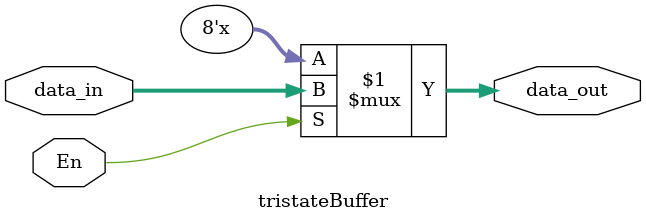
<source format=v>
module tristateBuffer (
    input  [7:0] data_in,
    output [7:0] data_out,
    input En
);
    assign data_out = En ? data_in : 8'bz;
endmodule

</source>
